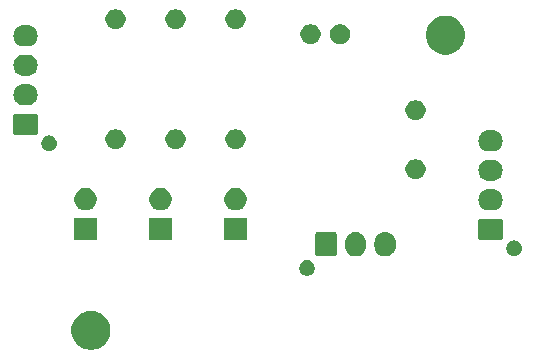
<source format=gbr>
G04 #@! TF.GenerationSoftware,KiCad,Pcbnew,(5.1.5)-3*
G04 #@! TF.CreationDate,2021-02-26T20:31:09+11:00*
G04 #@! TF.ProjectId,US_Board2,55535f42-6f61-4726-9432-2e6b69636164,rev?*
G04 #@! TF.SameCoordinates,Original*
G04 #@! TF.FileFunction,Soldermask,Bot*
G04 #@! TF.FilePolarity,Negative*
%FSLAX46Y46*%
G04 Gerber Fmt 4.6, Leading zero omitted, Abs format (unit mm)*
G04 Created by KiCad (PCBNEW (5.1.5)-3) date 2021-02-26 20:31:09*
%MOMM*%
%LPD*%
G04 APERTURE LIST*
%ADD10C,0.100000*%
G04 APERTURE END LIST*
D10*
G36*
X130375256Y-98391298D02*
G01*
X130481579Y-98412447D01*
X130782042Y-98536903D01*
X131052451Y-98717585D01*
X131282415Y-98947549D01*
X131463097Y-99217958D01*
X131587553Y-99518421D01*
X131651000Y-99837391D01*
X131651000Y-100162609D01*
X131587553Y-100481579D01*
X131463097Y-100782042D01*
X131282415Y-101052451D01*
X131052451Y-101282415D01*
X130782042Y-101463097D01*
X130481579Y-101587553D01*
X130375256Y-101608702D01*
X130162611Y-101651000D01*
X129837389Y-101651000D01*
X129624744Y-101608702D01*
X129518421Y-101587553D01*
X129217958Y-101463097D01*
X128947549Y-101282415D01*
X128717585Y-101052451D01*
X128536903Y-100782042D01*
X128412447Y-100481579D01*
X128349000Y-100162609D01*
X128349000Y-99837391D01*
X128412447Y-99518421D01*
X128536903Y-99217958D01*
X128717585Y-98947549D01*
X128947549Y-98717585D01*
X129217958Y-98536903D01*
X129518421Y-98412447D01*
X129624744Y-98391298D01*
X129837389Y-98349000D01*
X130162611Y-98349000D01*
X130375256Y-98391298D01*
G37*
G36*
X148489890Y-94084017D02*
G01*
X148608364Y-94133091D01*
X148714988Y-94204335D01*
X148805665Y-94295012D01*
X148876909Y-94401636D01*
X148925983Y-94520110D01*
X148951000Y-94645882D01*
X148951000Y-94774118D01*
X148925983Y-94899890D01*
X148876909Y-95018364D01*
X148805665Y-95124988D01*
X148714988Y-95215665D01*
X148608364Y-95286909D01*
X148608363Y-95286910D01*
X148608362Y-95286910D01*
X148489890Y-95335983D01*
X148364119Y-95361000D01*
X148235881Y-95361000D01*
X148110110Y-95335983D01*
X147991638Y-95286910D01*
X147991637Y-95286910D01*
X147991636Y-95286909D01*
X147885012Y-95215665D01*
X147794335Y-95124988D01*
X147723091Y-95018364D01*
X147674017Y-94899890D01*
X147649000Y-94774118D01*
X147649000Y-94645882D01*
X147674017Y-94520110D01*
X147723091Y-94401636D01*
X147794335Y-94295012D01*
X147885012Y-94204335D01*
X147991636Y-94133091D01*
X148110110Y-94084017D01*
X148235881Y-94059000D01*
X148364119Y-94059000D01*
X148489890Y-94084017D01*
G37*
G36*
X155076626Y-91697037D02*
G01*
X155246465Y-91748557D01*
X155246467Y-91748558D01*
X155402989Y-91832221D01*
X155540186Y-91944814D01*
X155623448Y-92046271D01*
X155652778Y-92082009D01*
X155652779Y-92082011D01*
X155732765Y-92231652D01*
X155736443Y-92238534D01*
X155787963Y-92408373D01*
X155801000Y-92540742D01*
X155801000Y-92879257D01*
X155787963Y-93011626D01*
X155736443Y-93181466D01*
X155652778Y-93337991D01*
X155644265Y-93348364D01*
X155540186Y-93475186D01*
X155445250Y-93553097D01*
X155402991Y-93587778D01*
X155246466Y-93671443D01*
X155076627Y-93722963D01*
X154900000Y-93740359D01*
X154723374Y-93722963D01*
X154553535Y-93671443D01*
X154397010Y-93587778D01*
X154259815Y-93475185D01*
X154147222Y-93337991D01*
X154063557Y-93181466D01*
X154012037Y-93011627D01*
X153999000Y-92879258D01*
X153999000Y-92540743D01*
X154012037Y-92408374D01*
X154063557Y-92238535D01*
X154084903Y-92198600D01*
X154147221Y-92082011D01*
X154259814Y-91944814D01*
X154361271Y-91861552D01*
X154397009Y-91832222D01*
X154553534Y-91748557D01*
X154723373Y-91697037D01*
X154900000Y-91679641D01*
X155076626Y-91697037D01*
G37*
G36*
X152576626Y-91697037D02*
G01*
X152746465Y-91748557D01*
X152746467Y-91748558D01*
X152902989Y-91832221D01*
X153040186Y-91944814D01*
X153123448Y-92046271D01*
X153152778Y-92082009D01*
X153152779Y-92082011D01*
X153232765Y-92231652D01*
X153236443Y-92238534D01*
X153287963Y-92408373D01*
X153301000Y-92540742D01*
X153301000Y-92879257D01*
X153287963Y-93011626D01*
X153236443Y-93181466D01*
X153152778Y-93337991D01*
X153144265Y-93348364D01*
X153040186Y-93475186D01*
X152945250Y-93553097D01*
X152902991Y-93587778D01*
X152746466Y-93671443D01*
X152576627Y-93722963D01*
X152400000Y-93740359D01*
X152223374Y-93722963D01*
X152053535Y-93671443D01*
X151897010Y-93587778D01*
X151759815Y-93475185D01*
X151647222Y-93337991D01*
X151563557Y-93181466D01*
X151512037Y-93011627D01*
X151499000Y-92879258D01*
X151499000Y-92540743D01*
X151512037Y-92408374D01*
X151563557Y-92238535D01*
X151584903Y-92198600D01*
X151647221Y-92082011D01*
X151759814Y-91944814D01*
X151861271Y-91861552D01*
X151897009Y-91832222D01*
X152053534Y-91748557D01*
X152223373Y-91697037D01*
X152400000Y-91679641D01*
X152576626Y-91697037D01*
G37*
G36*
X150658600Y-91687989D02*
G01*
X150691652Y-91698015D01*
X150722103Y-91714292D01*
X150748799Y-91736201D01*
X150770708Y-91762897D01*
X150786985Y-91793348D01*
X150797011Y-91826400D01*
X150801000Y-91866903D01*
X150801000Y-93553097D01*
X150797011Y-93593600D01*
X150786985Y-93626652D01*
X150770708Y-93657103D01*
X150748799Y-93683799D01*
X150722103Y-93705708D01*
X150691652Y-93721985D01*
X150658600Y-93732011D01*
X150618097Y-93736000D01*
X149181903Y-93736000D01*
X149141400Y-93732011D01*
X149108348Y-93721985D01*
X149077897Y-93705708D01*
X149051201Y-93683799D01*
X149029292Y-93657103D01*
X149013015Y-93626652D01*
X149002989Y-93593600D01*
X148999000Y-93553097D01*
X148999000Y-91866903D01*
X149002989Y-91826400D01*
X149013015Y-91793348D01*
X149029292Y-91762897D01*
X149051201Y-91736201D01*
X149077897Y-91714292D01*
X149108348Y-91698015D01*
X149141400Y-91687989D01*
X149181903Y-91684000D01*
X150618097Y-91684000D01*
X150658600Y-91687989D01*
G37*
G36*
X165991515Y-92408373D02*
G01*
X166019890Y-92414017D01*
X166138364Y-92463091D01*
X166244988Y-92534335D01*
X166335665Y-92625012D01*
X166406909Y-92731636D01*
X166455983Y-92850110D01*
X166481000Y-92975882D01*
X166481000Y-93104118D01*
X166455983Y-93229890D01*
X166406909Y-93348364D01*
X166335665Y-93454988D01*
X166244988Y-93545665D01*
X166138364Y-93616909D01*
X166138363Y-93616910D01*
X166138362Y-93616910D01*
X166019890Y-93665983D01*
X165894119Y-93691000D01*
X165765881Y-93691000D01*
X165640110Y-93665983D01*
X165521638Y-93616910D01*
X165521637Y-93616910D01*
X165521636Y-93616909D01*
X165415012Y-93545665D01*
X165324335Y-93454988D01*
X165253091Y-93348364D01*
X165204017Y-93229890D01*
X165179000Y-93104118D01*
X165179000Y-92975882D01*
X165204017Y-92850110D01*
X165253091Y-92731636D01*
X165324335Y-92625012D01*
X165415012Y-92534335D01*
X165521636Y-92463091D01*
X165640110Y-92414017D01*
X165668485Y-92408373D01*
X165765881Y-92389000D01*
X165894119Y-92389000D01*
X165991515Y-92408373D01*
G37*
G36*
X143191000Y-92391000D02*
G01*
X141289000Y-92391000D01*
X141289000Y-90489000D01*
X143191000Y-90489000D01*
X143191000Y-92391000D01*
G37*
G36*
X136841000Y-92391000D02*
G01*
X134939000Y-92391000D01*
X134939000Y-90489000D01*
X136841000Y-90489000D01*
X136841000Y-92391000D01*
G37*
G36*
X130491000Y-92391000D02*
G01*
X128589000Y-92391000D01*
X128589000Y-90489000D01*
X130491000Y-90489000D01*
X130491000Y-92391000D01*
G37*
G36*
X164713600Y-90542989D02*
G01*
X164746652Y-90553015D01*
X164777103Y-90569292D01*
X164803799Y-90591201D01*
X164825708Y-90617897D01*
X164841985Y-90648348D01*
X164852011Y-90681400D01*
X164856000Y-90721903D01*
X164856000Y-92158097D01*
X164852011Y-92198600D01*
X164841985Y-92231652D01*
X164825708Y-92262103D01*
X164803799Y-92288799D01*
X164777103Y-92310708D01*
X164746652Y-92326985D01*
X164713600Y-92337011D01*
X164673097Y-92341000D01*
X162986903Y-92341000D01*
X162946400Y-92337011D01*
X162913348Y-92326985D01*
X162882897Y-92310708D01*
X162856201Y-92288799D01*
X162834292Y-92262103D01*
X162818015Y-92231652D01*
X162807989Y-92198600D01*
X162804000Y-92158097D01*
X162804000Y-90721903D01*
X162807989Y-90681400D01*
X162818015Y-90648348D01*
X162834292Y-90617897D01*
X162856201Y-90591201D01*
X162882897Y-90569292D01*
X162913348Y-90553015D01*
X162946400Y-90542989D01*
X162986903Y-90539000D01*
X164673097Y-90539000D01*
X164713600Y-90542989D01*
G37*
G36*
X142517395Y-87985546D02*
G01*
X142690466Y-88057234D01*
X142690467Y-88057235D01*
X142846227Y-88161310D01*
X142978690Y-88293773D01*
X142978691Y-88293775D01*
X143082766Y-88449534D01*
X143154454Y-88622605D01*
X143191000Y-88806333D01*
X143191000Y-88993667D01*
X143154454Y-89177395D01*
X143082766Y-89350466D01*
X143082765Y-89350467D01*
X142978690Y-89506227D01*
X142846227Y-89638690D01*
X142767818Y-89691081D01*
X142690466Y-89742766D01*
X142517395Y-89814454D01*
X142333667Y-89851000D01*
X142146333Y-89851000D01*
X141962605Y-89814454D01*
X141789534Y-89742766D01*
X141712182Y-89691081D01*
X141633773Y-89638690D01*
X141501310Y-89506227D01*
X141397235Y-89350467D01*
X141397234Y-89350466D01*
X141325546Y-89177395D01*
X141289000Y-88993667D01*
X141289000Y-88806333D01*
X141325546Y-88622605D01*
X141397234Y-88449534D01*
X141501309Y-88293775D01*
X141501310Y-88293773D01*
X141633773Y-88161310D01*
X141789533Y-88057235D01*
X141789534Y-88057234D01*
X141962605Y-87985546D01*
X142146333Y-87949000D01*
X142333667Y-87949000D01*
X142517395Y-87985546D01*
G37*
G36*
X129817395Y-87985546D02*
G01*
X129990466Y-88057234D01*
X129990467Y-88057235D01*
X130146227Y-88161310D01*
X130278690Y-88293773D01*
X130278691Y-88293775D01*
X130382766Y-88449534D01*
X130454454Y-88622605D01*
X130491000Y-88806333D01*
X130491000Y-88993667D01*
X130454454Y-89177395D01*
X130382766Y-89350466D01*
X130382765Y-89350467D01*
X130278690Y-89506227D01*
X130146227Y-89638690D01*
X130067818Y-89691081D01*
X129990466Y-89742766D01*
X129817395Y-89814454D01*
X129633667Y-89851000D01*
X129446333Y-89851000D01*
X129262605Y-89814454D01*
X129089534Y-89742766D01*
X129012182Y-89691081D01*
X128933773Y-89638690D01*
X128801310Y-89506227D01*
X128697235Y-89350467D01*
X128697234Y-89350466D01*
X128625546Y-89177395D01*
X128589000Y-88993667D01*
X128589000Y-88806333D01*
X128625546Y-88622605D01*
X128697234Y-88449534D01*
X128801309Y-88293775D01*
X128801310Y-88293773D01*
X128933773Y-88161310D01*
X129089533Y-88057235D01*
X129089534Y-88057234D01*
X129262605Y-87985546D01*
X129446333Y-87949000D01*
X129633667Y-87949000D01*
X129817395Y-87985546D01*
G37*
G36*
X136167395Y-87985546D02*
G01*
X136340466Y-88057234D01*
X136340467Y-88057235D01*
X136496227Y-88161310D01*
X136628690Y-88293773D01*
X136628691Y-88293775D01*
X136732766Y-88449534D01*
X136804454Y-88622605D01*
X136841000Y-88806333D01*
X136841000Y-88993667D01*
X136804454Y-89177395D01*
X136732766Y-89350466D01*
X136732765Y-89350467D01*
X136628690Y-89506227D01*
X136496227Y-89638690D01*
X136417818Y-89691081D01*
X136340466Y-89742766D01*
X136167395Y-89814454D01*
X135983667Y-89851000D01*
X135796333Y-89851000D01*
X135612605Y-89814454D01*
X135439534Y-89742766D01*
X135362182Y-89691081D01*
X135283773Y-89638690D01*
X135151310Y-89506227D01*
X135047235Y-89350467D01*
X135047234Y-89350466D01*
X134975546Y-89177395D01*
X134939000Y-88993667D01*
X134939000Y-88806333D01*
X134975546Y-88622605D01*
X135047234Y-88449534D01*
X135151309Y-88293775D01*
X135151310Y-88293773D01*
X135283773Y-88161310D01*
X135439533Y-88057235D01*
X135439534Y-88057234D01*
X135612605Y-87985546D01*
X135796333Y-87949000D01*
X135983667Y-87949000D01*
X136167395Y-87985546D01*
G37*
G36*
X164065443Y-88045519D02*
G01*
X164131627Y-88052037D01*
X164301466Y-88103557D01*
X164457991Y-88187222D01*
X164493729Y-88216552D01*
X164595186Y-88299814D01*
X164678448Y-88401271D01*
X164707778Y-88437009D01*
X164791443Y-88593534D01*
X164842963Y-88763373D01*
X164860359Y-88940000D01*
X164842963Y-89116627D01*
X164791443Y-89286466D01*
X164791442Y-89286468D01*
X164749611Y-89364728D01*
X164707778Y-89442991D01*
X164678448Y-89478729D01*
X164595186Y-89580186D01*
X164523896Y-89638691D01*
X164457991Y-89692778D01*
X164301466Y-89776443D01*
X164131627Y-89827963D01*
X164065443Y-89834481D01*
X163999260Y-89841000D01*
X163660740Y-89841000D01*
X163594557Y-89834481D01*
X163528373Y-89827963D01*
X163358534Y-89776443D01*
X163202009Y-89692778D01*
X163136104Y-89638691D01*
X163064814Y-89580186D01*
X162981552Y-89478729D01*
X162952222Y-89442991D01*
X162910389Y-89364728D01*
X162868558Y-89286468D01*
X162868557Y-89286466D01*
X162817037Y-89116627D01*
X162799641Y-88940000D01*
X162817037Y-88763373D01*
X162868557Y-88593534D01*
X162952222Y-88437009D01*
X162981552Y-88401271D01*
X163064814Y-88299814D01*
X163166271Y-88216552D01*
X163202009Y-88187222D01*
X163358534Y-88103557D01*
X163528373Y-88052037D01*
X163594557Y-88045519D01*
X163660740Y-88039000D01*
X163999260Y-88039000D01*
X164065443Y-88045519D01*
G37*
G36*
X164065443Y-85545519D02*
G01*
X164131627Y-85552037D01*
X164301466Y-85603557D01*
X164301468Y-85603558D01*
X164379729Y-85645390D01*
X164457991Y-85687222D01*
X164472324Y-85698985D01*
X164595186Y-85799814D01*
X164678448Y-85901271D01*
X164707778Y-85937009D01*
X164791443Y-86093534D01*
X164842963Y-86263373D01*
X164860359Y-86440000D01*
X164842963Y-86616627D01*
X164791443Y-86786466D01*
X164707778Y-86942991D01*
X164678448Y-86978729D01*
X164595186Y-87080186D01*
X164493729Y-87163448D01*
X164457991Y-87192778D01*
X164301466Y-87276443D01*
X164131627Y-87327963D01*
X164065442Y-87334482D01*
X163999260Y-87341000D01*
X163660740Y-87341000D01*
X163594558Y-87334482D01*
X163528373Y-87327963D01*
X163358534Y-87276443D01*
X163202009Y-87192778D01*
X163166271Y-87163448D01*
X163064814Y-87080186D01*
X162981552Y-86978729D01*
X162952222Y-86942991D01*
X162868557Y-86786466D01*
X162817037Y-86616627D01*
X162799641Y-86440000D01*
X162817037Y-86263373D01*
X162868557Y-86093534D01*
X162952222Y-85937009D01*
X162981552Y-85901271D01*
X163064814Y-85799814D01*
X163187676Y-85698985D01*
X163202009Y-85687222D01*
X163280271Y-85645390D01*
X163358532Y-85603558D01*
X163358534Y-85603557D01*
X163528373Y-85552037D01*
X163594557Y-85545519D01*
X163660740Y-85539000D01*
X163999260Y-85539000D01*
X164065443Y-85545519D01*
G37*
G36*
X157728228Y-85541703D02*
G01*
X157883100Y-85605853D01*
X158022481Y-85698985D01*
X158141015Y-85817519D01*
X158234147Y-85956900D01*
X158298297Y-86111772D01*
X158331000Y-86276184D01*
X158331000Y-86443816D01*
X158298297Y-86608228D01*
X158234147Y-86763100D01*
X158141015Y-86902481D01*
X158022481Y-87021015D01*
X157883100Y-87114147D01*
X157728228Y-87178297D01*
X157563816Y-87211000D01*
X157396184Y-87211000D01*
X157231772Y-87178297D01*
X157076900Y-87114147D01*
X156937519Y-87021015D01*
X156818985Y-86902481D01*
X156725853Y-86763100D01*
X156661703Y-86608228D01*
X156629000Y-86443816D01*
X156629000Y-86276184D01*
X156661703Y-86111772D01*
X156725853Y-85956900D01*
X156818985Y-85817519D01*
X156937519Y-85698985D01*
X157076900Y-85605853D01*
X157231772Y-85541703D01*
X157396184Y-85509000D01*
X157563816Y-85509000D01*
X157728228Y-85541703D01*
G37*
G36*
X164065443Y-83045519D02*
G01*
X164131627Y-83052037D01*
X164301466Y-83103557D01*
X164457991Y-83187222D01*
X164493729Y-83216552D01*
X164595186Y-83299814D01*
X164676420Y-83398799D01*
X164707778Y-83437009D01*
X164791443Y-83593534D01*
X164842963Y-83763373D01*
X164860359Y-83940000D01*
X164842963Y-84116627D01*
X164791443Y-84286466D01*
X164707778Y-84442991D01*
X164678448Y-84478729D01*
X164595186Y-84580186D01*
X164524376Y-84638297D01*
X164457991Y-84692778D01*
X164301466Y-84776443D01*
X164131627Y-84827963D01*
X164065442Y-84834482D01*
X163999260Y-84841000D01*
X163660740Y-84841000D01*
X163594558Y-84834482D01*
X163528373Y-84827963D01*
X163358534Y-84776443D01*
X163202009Y-84692778D01*
X163135624Y-84638297D01*
X163064814Y-84580186D01*
X162981552Y-84478729D01*
X162952222Y-84442991D01*
X162868557Y-84286466D01*
X162817037Y-84116627D01*
X162799641Y-83940000D01*
X162817037Y-83763373D01*
X162868557Y-83593534D01*
X162952222Y-83437009D01*
X162983580Y-83398799D01*
X163064814Y-83299814D01*
X163166271Y-83216552D01*
X163202009Y-83187222D01*
X163358534Y-83103557D01*
X163528373Y-83052037D01*
X163594557Y-83045519D01*
X163660740Y-83039000D01*
X163999260Y-83039000D01*
X164065443Y-83045519D01*
G37*
G36*
X126649890Y-83524017D02*
G01*
X126765178Y-83571771D01*
X126768364Y-83573091D01*
X126874988Y-83644335D01*
X126965665Y-83735012D01*
X126984617Y-83763375D01*
X127036910Y-83841638D01*
X127085983Y-83960110D01*
X127111000Y-84085881D01*
X127111000Y-84214119D01*
X127096609Y-84286468D01*
X127085983Y-84339890D01*
X127036909Y-84458364D01*
X126965665Y-84564988D01*
X126874988Y-84655665D01*
X126768364Y-84726909D01*
X126768363Y-84726910D01*
X126768362Y-84726910D01*
X126649890Y-84775983D01*
X126524119Y-84801000D01*
X126395881Y-84801000D01*
X126270110Y-84775983D01*
X126151638Y-84726910D01*
X126151637Y-84726910D01*
X126151636Y-84726909D01*
X126045012Y-84655665D01*
X125954335Y-84564988D01*
X125883091Y-84458364D01*
X125834017Y-84339890D01*
X125823391Y-84286468D01*
X125809000Y-84214119D01*
X125809000Y-84085881D01*
X125834017Y-83960110D01*
X125883090Y-83841638D01*
X125935384Y-83763375D01*
X125954335Y-83735012D01*
X126045012Y-83644335D01*
X126151636Y-83573091D01*
X126154823Y-83571771D01*
X126270110Y-83524017D01*
X126395881Y-83499000D01*
X126524119Y-83499000D01*
X126649890Y-83524017D01*
G37*
G36*
X137408228Y-83001703D02*
G01*
X137563100Y-83065853D01*
X137702481Y-83158985D01*
X137821015Y-83277519D01*
X137914147Y-83416900D01*
X137978297Y-83571772D01*
X138011000Y-83736184D01*
X138011000Y-83903816D01*
X137978297Y-84068228D01*
X137914147Y-84223100D01*
X137821015Y-84362481D01*
X137702481Y-84481015D01*
X137563100Y-84574147D01*
X137408228Y-84638297D01*
X137243816Y-84671000D01*
X137076184Y-84671000D01*
X136911772Y-84638297D01*
X136756900Y-84574147D01*
X136617519Y-84481015D01*
X136498985Y-84362481D01*
X136405853Y-84223100D01*
X136341703Y-84068228D01*
X136309000Y-83903816D01*
X136309000Y-83736184D01*
X136341703Y-83571772D01*
X136405853Y-83416900D01*
X136498985Y-83277519D01*
X136617519Y-83158985D01*
X136756900Y-83065853D01*
X136911772Y-83001703D01*
X137076184Y-82969000D01*
X137243816Y-82969000D01*
X137408228Y-83001703D01*
G37*
G36*
X132328228Y-83001703D02*
G01*
X132483100Y-83065853D01*
X132622481Y-83158985D01*
X132741015Y-83277519D01*
X132834147Y-83416900D01*
X132898297Y-83571772D01*
X132931000Y-83736184D01*
X132931000Y-83903816D01*
X132898297Y-84068228D01*
X132834147Y-84223100D01*
X132741015Y-84362481D01*
X132622481Y-84481015D01*
X132483100Y-84574147D01*
X132328228Y-84638297D01*
X132163816Y-84671000D01*
X131996184Y-84671000D01*
X131831772Y-84638297D01*
X131676900Y-84574147D01*
X131537519Y-84481015D01*
X131418985Y-84362481D01*
X131325853Y-84223100D01*
X131261703Y-84068228D01*
X131229000Y-83903816D01*
X131229000Y-83736184D01*
X131261703Y-83571772D01*
X131325853Y-83416900D01*
X131418985Y-83277519D01*
X131537519Y-83158985D01*
X131676900Y-83065853D01*
X131831772Y-83001703D01*
X131996184Y-82969000D01*
X132163816Y-82969000D01*
X132328228Y-83001703D01*
G37*
G36*
X142488228Y-83001703D02*
G01*
X142643100Y-83065853D01*
X142782481Y-83158985D01*
X142901015Y-83277519D01*
X142994147Y-83416900D01*
X143058297Y-83571772D01*
X143091000Y-83736184D01*
X143091000Y-83903816D01*
X143058297Y-84068228D01*
X142994147Y-84223100D01*
X142901015Y-84362481D01*
X142782481Y-84481015D01*
X142643100Y-84574147D01*
X142488228Y-84638297D01*
X142323816Y-84671000D01*
X142156184Y-84671000D01*
X141991772Y-84638297D01*
X141836900Y-84574147D01*
X141697519Y-84481015D01*
X141578985Y-84362481D01*
X141485853Y-84223100D01*
X141421703Y-84068228D01*
X141389000Y-83903816D01*
X141389000Y-83736184D01*
X141421703Y-83571772D01*
X141485853Y-83416900D01*
X141578985Y-83277519D01*
X141697519Y-83158985D01*
X141836900Y-83065853D01*
X141991772Y-83001703D01*
X142156184Y-82969000D01*
X142323816Y-82969000D01*
X142488228Y-83001703D01*
G37*
G36*
X125343600Y-81652989D02*
G01*
X125376652Y-81663015D01*
X125407103Y-81679292D01*
X125433799Y-81701201D01*
X125455708Y-81727897D01*
X125471985Y-81758348D01*
X125482011Y-81791400D01*
X125486000Y-81831903D01*
X125486000Y-83268097D01*
X125482011Y-83308600D01*
X125471985Y-83341652D01*
X125455708Y-83372103D01*
X125433799Y-83398799D01*
X125407103Y-83420708D01*
X125376652Y-83436985D01*
X125343600Y-83447011D01*
X125303097Y-83451000D01*
X123616903Y-83451000D01*
X123576400Y-83447011D01*
X123543348Y-83436985D01*
X123512897Y-83420708D01*
X123486201Y-83398799D01*
X123464292Y-83372103D01*
X123448015Y-83341652D01*
X123437989Y-83308600D01*
X123434000Y-83268097D01*
X123434000Y-81831903D01*
X123437989Y-81791400D01*
X123448015Y-81758348D01*
X123464292Y-81727897D01*
X123486201Y-81701201D01*
X123512897Y-81679292D01*
X123543348Y-81663015D01*
X123576400Y-81652989D01*
X123616903Y-81649000D01*
X125303097Y-81649000D01*
X125343600Y-81652989D01*
G37*
G36*
X157728228Y-80541703D02*
G01*
X157883100Y-80605853D01*
X158022481Y-80698985D01*
X158141015Y-80817519D01*
X158234147Y-80956900D01*
X158298297Y-81111772D01*
X158331000Y-81276184D01*
X158331000Y-81443816D01*
X158298297Y-81608228D01*
X158234147Y-81763100D01*
X158141015Y-81902481D01*
X158022481Y-82021015D01*
X157883100Y-82114147D01*
X157728228Y-82178297D01*
X157563816Y-82211000D01*
X157396184Y-82211000D01*
X157231772Y-82178297D01*
X157076900Y-82114147D01*
X156937519Y-82021015D01*
X156818985Y-81902481D01*
X156725853Y-81763100D01*
X156661703Y-81608228D01*
X156629000Y-81443816D01*
X156629000Y-81276184D01*
X156661703Y-81111772D01*
X156725853Y-80956900D01*
X156818985Y-80817519D01*
X156937519Y-80698985D01*
X157076900Y-80605853D01*
X157231772Y-80541703D01*
X157396184Y-80509000D01*
X157563816Y-80509000D01*
X157728228Y-80541703D01*
G37*
G36*
X124695442Y-79155518D02*
G01*
X124761627Y-79162037D01*
X124931466Y-79213557D01*
X125087991Y-79297222D01*
X125123729Y-79326552D01*
X125225186Y-79409814D01*
X125308448Y-79511271D01*
X125337778Y-79547009D01*
X125421443Y-79703534D01*
X125472963Y-79873373D01*
X125490359Y-80050000D01*
X125472963Y-80226627D01*
X125421443Y-80396466D01*
X125337778Y-80552991D01*
X125308448Y-80588729D01*
X125225186Y-80690186D01*
X125123729Y-80773448D01*
X125087991Y-80802778D01*
X124931466Y-80886443D01*
X124761627Y-80937963D01*
X124695442Y-80944482D01*
X124629260Y-80951000D01*
X124290740Y-80951000D01*
X124224558Y-80944482D01*
X124158373Y-80937963D01*
X123988534Y-80886443D01*
X123832009Y-80802778D01*
X123796271Y-80773448D01*
X123694814Y-80690186D01*
X123611552Y-80588729D01*
X123582222Y-80552991D01*
X123498557Y-80396466D01*
X123447037Y-80226627D01*
X123429641Y-80050000D01*
X123447037Y-79873373D01*
X123498557Y-79703534D01*
X123582222Y-79547009D01*
X123611552Y-79511271D01*
X123694814Y-79409814D01*
X123796271Y-79326552D01*
X123832009Y-79297222D01*
X123988534Y-79213557D01*
X124158373Y-79162037D01*
X124224558Y-79155518D01*
X124290740Y-79149000D01*
X124629260Y-79149000D01*
X124695442Y-79155518D01*
G37*
G36*
X124695443Y-76655519D02*
G01*
X124761627Y-76662037D01*
X124931466Y-76713557D01*
X125087991Y-76797222D01*
X125123729Y-76826552D01*
X125225186Y-76909814D01*
X125308448Y-77011271D01*
X125337778Y-77047009D01*
X125421443Y-77203534D01*
X125472963Y-77373373D01*
X125490359Y-77550000D01*
X125472963Y-77726627D01*
X125421443Y-77896466D01*
X125337778Y-78052991D01*
X125308448Y-78088729D01*
X125225186Y-78190186D01*
X125123729Y-78273448D01*
X125087991Y-78302778D01*
X124931466Y-78386443D01*
X124761627Y-78437963D01*
X124695443Y-78444481D01*
X124629260Y-78451000D01*
X124290740Y-78451000D01*
X124224557Y-78444481D01*
X124158373Y-78437963D01*
X123988534Y-78386443D01*
X123832009Y-78302778D01*
X123796271Y-78273448D01*
X123694814Y-78190186D01*
X123611552Y-78088729D01*
X123582222Y-78052991D01*
X123498557Y-77896466D01*
X123447037Y-77726627D01*
X123429641Y-77550000D01*
X123447037Y-77373373D01*
X123498557Y-77203534D01*
X123582222Y-77047009D01*
X123611552Y-77011271D01*
X123694814Y-76909814D01*
X123796271Y-76826552D01*
X123832009Y-76797222D01*
X123988534Y-76713557D01*
X124158373Y-76662037D01*
X124224557Y-76655519D01*
X124290740Y-76649000D01*
X124629260Y-76649000D01*
X124695443Y-76655519D01*
G37*
G36*
X160375256Y-73391298D02*
G01*
X160481579Y-73412447D01*
X160782042Y-73536903D01*
X161052451Y-73717585D01*
X161282415Y-73947549D01*
X161463097Y-74217958D01*
X161587553Y-74518421D01*
X161589240Y-74526903D01*
X161651000Y-74837389D01*
X161651000Y-75162611D01*
X161587553Y-75481578D01*
X161477076Y-75748295D01*
X161463097Y-75782042D01*
X161282415Y-76052451D01*
X161052451Y-76282415D01*
X160782042Y-76463097D01*
X160481579Y-76587553D01*
X160375256Y-76608702D01*
X160162611Y-76651000D01*
X159837389Y-76651000D01*
X159624744Y-76608702D01*
X159518421Y-76587553D01*
X159217958Y-76463097D01*
X158947549Y-76282415D01*
X158717585Y-76052451D01*
X158536903Y-75782042D01*
X158522925Y-75748295D01*
X158412447Y-75481578D01*
X158349000Y-75162611D01*
X158349000Y-74837389D01*
X158410760Y-74526903D01*
X158412447Y-74518421D01*
X158536903Y-74217958D01*
X158717585Y-73947549D01*
X158947549Y-73717585D01*
X159217958Y-73536903D01*
X159518421Y-73412447D01*
X159624744Y-73391298D01*
X159837389Y-73349000D01*
X160162611Y-73349000D01*
X160375256Y-73391298D01*
G37*
G36*
X124695442Y-74155518D02*
G01*
X124761627Y-74162037D01*
X124931466Y-74213557D01*
X125087991Y-74297222D01*
X125116983Y-74321015D01*
X125225186Y-74409814D01*
X125308226Y-74511000D01*
X125337778Y-74547009D01*
X125421443Y-74703534D01*
X125472963Y-74873373D01*
X125490359Y-75050000D01*
X125472963Y-75226627D01*
X125421443Y-75396466D01*
X125337778Y-75552991D01*
X125308448Y-75588729D01*
X125225186Y-75690186D01*
X125154376Y-75748297D01*
X125087991Y-75802778D01*
X124931466Y-75886443D01*
X124761627Y-75937963D01*
X124695442Y-75944482D01*
X124629260Y-75951000D01*
X124290740Y-75951000D01*
X124224558Y-75944482D01*
X124158373Y-75937963D01*
X123988534Y-75886443D01*
X123832009Y-75802778D01*
X123765624Y-75748297D01*
X123694814Y-75690186D01*
X123611552Y-75588729D01*
X123582222Y-75552991D01*
X123498557Y-75396466D01*
X123447037Y-75226627D01*
X123429641Y-75050000D01*
X123447037Y-74873373D01*
X123498557Y-74703534D01*
X123582222Y-74547009D01*
X123611774Y-74511000D01*
X123694814Y-74409814D01*
X123803017Y-74321015D01*
X123832009Y-74297222D01*
X123988534Y-74213557D01*
X124158373Y-74162037D01*
X124224558Y-74155518D01*
X124290740Y-74149000D01*
X124629260Y-74149000D01*
X124695442Y-74155518D01*
G37*
G36*
X148838228Y-74111703D02*
G01*
X148993100Y-74175853D01*
X149132481Y-74268985D01*
X149251015Y-74387519D01*
X149344147Y-74526900D01*
X149408297Y-74681772D01*
X149441000Y-74846184D01*
X149441000Y-75013816D01*
X149408297Y-75178228D01*
X149344147Y-75333100D01*
X149251015Y-75472481D01*
X149132481Y-75591015D01*
X148993100Y-75684147D01*
X148838228Y-75748297D01*
X148673816Y-75781000D01*
X148506184Y-75781000D01*
X148341772Y-75748297D01*
X148186900Y-75684147D01*
X148047519Y-75591015D01*
X147928985Y-75472481D01*
X147835853Y-75333100D01*
X147771703Y-75178228D01*
X147739000Y-75013816D01*
X147739000Y-74846184D01*
X147771703Y-74681772D01*
X147835853Y-74526900D01*
X147928985Y-74387519D01*
X148047519Y-74268985D01*
X148186900Y-74175853D01*
X148341772Y-74111703D01*
X148506184Y-74079000D01*
X148673816Y-74079000D01*
X148838228Y-74111703D01*
G37*
G36*
X151338228Y-74111703D02*
G01*
X151493100Y-74175853D01*
X151632481Y-74268985D01*
X151751015Y-74387519D01*
X151844147Y-74526900D01*
X151908297Y-74681772D01*
X151941000Y-74846184D01*
X151941000Y-75013816D01*
X151908297Y-75178228D01*
X151844147Y-75333100D01*
X151751015Y-75472481D01*
X151632481Y-75591015D01*
X151493100Y-75684147D01*
X151338228Y-75748297D01*
X151173816Y-75781000D01*
X151006184Y-75781000D01*
X150841772Y-75748297D01*
X150686900Y-75684147D01*
X150547519Y-75591015D01*
X150428985Y-75472481D01*
X150335853Y-75333100D01*
X150271703Y-75178228D01*
X150239000Y-75013816D01*
X150239000Y-74846184D01*
X150271703Y-74681772D01*
X150335853Y-74526900D01*
X150428985Y-74387519D01*
X150547519Y-74268985D01*
X150686900Y-74175853D01*
X150841772Y-74111703D01*
X151006184Y-74079000D01*
X151173816Y-74079000D01*
X151338228Y-74111703D01*
G37*
G36*
X142488228Y-72841703D02*
G01*
X142643100Y-72905853D01*
X142782481Y-72998985D01*
X142901015Y-73117519D01*
X142994147Y-73256900D01*
X143058297Y-73411772D01*
X143091000Y-73576184D01*
X143091000Y-73743816D01*
X143058297Y-73908228D01*
X142994147Y-74063100D01*
X142901015Y-74202481D01*
X142782481Y-74321015D01*
X142643100Y-74414147D01*
X142488228Y-74478297D01*
X142323816Y-74511000D01*
X142156184Y-74511000D01*
X141991772Y-74478297D01*
X141836900Y-74414147D01*
X141697519Y-74321015D01*
X141578985Y-74202481D01*
X141485853Y-74063100D01*
X141421703Y-73908228D01*
X141389000Y-73743816D01*
X141389000Y-73576184D01*
X141421703Y-73411772D01*
X141485853Y-73256900D01*
X141578985Y-73117519D01*
X141697519Y-72998985D01*
X141836900Y-72905853D01*
X141991772Y-72841703D01*
X142156184Y-72809000D01*
X142323816Y-72809000D01*
X142488228Y-72841703D01*
G37*
G36*
X137408228Y-72841703D02*
G01*
X137563100Y-72905853D01*
X137702481Y-72998985D01*
X137821015Y-73117519D01*
X137914147Y-73256900D01*
X137978297Y-73411772D01*
X138011000Y-73576184D01*
X138011000Y-73743816D01*
X137978297Y-73908228D01*
X137914147Y-74063100D01*
X137821015Y-74202481D01*
X137702481Y-74321015D01*
X137563100Y-74414147D01*
X137408228Y-74478297D01*
X137243816Y-74511000D01*
X137076184Y-74511000D01*
X136911772Y-74478297D01*
X136756900Y-74414147D01*
X136617519Y-74321015D01*
X136498985Y-74202481D01*
X136405853Y-74063100D01*
X136341703Y-73908228D01*
X136309000Y-73743816D01*
X136309000Y-73576184D01*
X136341703Y-73411772D01*
X136405853Y-73256900D01*
X136498985Y-73117519D01*
X136617519Y-72998985D01*
X136756900Y-72905853D01*
X136911772Y-72841703D01*
X137076184Y-72809000D01*
X137243816Y-72809000D01*
X137408228Y-72841703D01*
G37*
G36*
X132328228Y-72841703D02*
G01*
X132483100Y-72905853D01*
X132622481Y-72998985D01*
X132741015Y-73117519D01*
X132834147Y-73256900D01*
X132898297Y-73411772D01*
X132931000Y-73576184D01*
X132931000Y-73743816D01*
X132898297Y-73908228D01*
X132834147Y-74063100D01*
X132741015Y-74202481D01*
X132622481Y-74321015D01*
X132483100Y-74414147D01*
X132328228Y-74478297D01*
X132163816Y-74511000D01*
X131996184Y-74511000D01*
X131831772Y-74478297D01*
X131676900Y-74414147D01*
X131537519Y-74321015D01*
X131418985Y-74202481D01*
X131325853Y-74063100D01*
X131261703Y-73908228D01*
X131229000Y-73743816D01*
X131229000Y-73576184D01*
X131261703Y-73411772D01*
X131325853Y-73256900D01*
X131418985Y-73117519D01*
X131537519Y-72998985D01*
X131676900Y-72905853D01*
X131831772Y-72841703D01*
X131996184Y-72809000D01*
X132163816Y-72809000D01*
X132328228Y-72841703D01*
G37*
M02*

</source>
